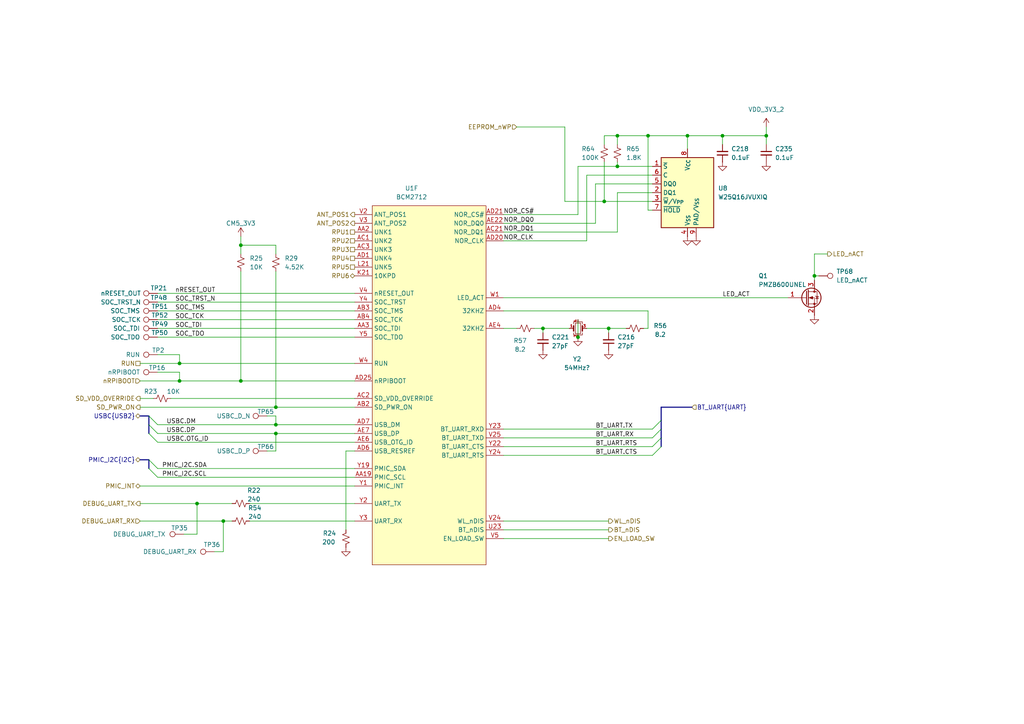
<source format=kicad_sch>
(kicad_sch (version 20250114) (generator "eeschema") (generator_version "9.0")
  (paper "A4")
  (title_block (title "RPi CM5 BCM2712 Misc IO") (comment 2 "Guaranteed to be inaccurate") (comment 3 "License: CC BY-SA 4.0 (https://creativecommons.org/licenses/by-sa/4.0/)") (comment 4 "Reverse engineered by Tube Time"))
  (bus_alias "HS" (members "0_P" "0_N" "1_P" "1_N" "2_P" "2_N" "3_P" "3_N" "4_P" "4_N" "5_P" "5_N" "6_P" "6_N" "7_P" "7_N" "8_P" "8_N"))
  (bus_alias "UART" (members "TX" "RX" "CTS" "RTS"))
  (junction (at 80.01 118.11))
  (junction (at 209.55 39.37))
  (junction (at 199.39 39.37))
  (junction (at 80.01 123.19))
  (junction (at 187.96 39.37))
  (junction (at 167.64 97.79))
  (junction (at 52.07 105.41))
  (junction (at 222.25 39.37))
  (junction (at 69.85 110.49))
  (junction (at 179.07 39.37))
  (junction (at 80.01 125.73))
  (junction (at 52.07 110.49))
  (junction (at 69.85 71.12))
  (junction (at 176.53 95.25))
  (junction (at 175.26 58.42))
  (junction (at 64.77 151.13))
  (junction (at 179.07 48.26))
  (junction (at 236.22 80.01))
  (junction (at 57.15 146.05))
  (junction (at 157.48 95.25))
  (bus_entry (at 43.18 135.89) (size 2.54 2.54))
  (bus_entry (at 191.77 127) (size -2.54 2.54))
  (bus_entry (at 43.18 120.65) (size 2.54 2.54))
  (bus_entry (at 43.18 125.73) (size 2.54 2.54))
  (bus_entry (at 191.77 129.54) (size -2.54 2.54))
  (bus_entry (at 191.77 121.92) (size -2.54 2.54))
  (bus_entry (at 191.77 124.46) (size -2.54 2.54))
  (bus_entry (at 43.18 123.19) (size 2.54 2.54))
  (bus_entry (at 43.18 133.35) (size 2.54 2.54))
  (wire (pts (xy 80.01 78.74) (xy 80.01 118.11)))
  (wire (pts (xy 100.33 130.81) (xy 100.33 153.67)))
  (wire (pts (xy 222.25 39.37) (xy 209.55 39.37)))
  (wire (pts (xy 146.05 132.08) (xy 189.23 132.08)))
  (wire (pts (xy 49.53 115.57) (xy 102.87 115.57)))
  (wire (pts (xy 146.05 129.54) (xy 189.23 129.54)))
  (wire (pts (xy 172.72 64.77) (xy 172.72 53.34)))
  (wire (pts (xy 179.07 55.88) (xy 189.23 55.88)))
  (wire (pts (xy 209.55 39.37) (xy 209.55 41.91)))
  (wire (pts (xy 167.64 92.71) (xy 167.64 97.79)))
  (wire (pts (xy 146.05 124.46) (xy 189.23 124.46)))
  (wire (pts (xy 80.01 73.66) (xy 80.01 71.12)))
  (wire (pts (xy 62.23 160.02) (xy 64.77 160.02)))
  (bus (pts (xy 191.77 121.92) (xy 191.77 118.11)))
  (wire (pts (xy 175.26 39.37) (xy 179.07 39.37)))
  (wire (pts (xy 69.85 71.12) (xy 69.85 73.66)))
  (wire (pts (xy 146.05 156.21) (xy 176.53 156.21)))
  (wire (pts (xy 102.87 118.11) (xy 80.01 118.11)))
  (wire (pts (xy 45.72 102.87) (xy 52.07 102.87)))
  (wire (pts (xy 146.05 151.13) (xy 176.53 151.13)))
  (wire (pts (xy 189.23 60.96) (xy 187.96 60.96)))
  (wire (pts (xy 52.07 102.87) (xy 52.07 105.41)))
  (wire (pts (xy 80.01 123.19) (xy 102.87 123.19)))
  (wire (pts (xy 72.39 146.05) (xy 102.87 146.05)))
  (wire (pts (xy 146.05 90.17) (xy 187.96 90.17)))
  (wire (pts (xy 69.85 68.58) (xy 69.85 71.12)))
  (wire (pts (xy 52.07 105.41) (xy 102.87 105.41)))
  (wire (pts (xy 80.01 130.81) (xy 77.47 130.81)))
  (wire (pts (xy 157.48 95.25) (xy 165.1 95.25)))
  (wire (pts (xy 146.05 127) (xy 189.23 127)))
  (bus (pts (xy 43.18 120.65) (xy 43.18 123.19)))
  (wire (pts (xy 52.07 110.49) (xy 69.85 110.49)))
  (wire (pts (xy 45.72 87.63) (xy 102.87 87.63)))
  (wire (pts (xy 53.34 154.94) (xy 57.15 154.94)))
  (wire (pts (xy 170.18 95.25) (xy 176.53 95.25)))
  (wire (pts (xy 45.72 85.09) (xy 102.87 85.09)))
  (wire (pts (xy 52.07 107.95) (xy 52.07 110.49)))
  (wire (pts (xy 40.64 105.41) (xy 52.07 105.41)))
  (wire (pts (xy 45.72 135.89) (xy 102.87 135.89)))
  (wire (pts (xy 146.05 69.85) (xy 170.18 69.85)))
  (wire (pts (xy 146.05 86.36) (xy 228.6 86.36)))
  (wire (pts (xy 72.39 151.13) (xy 102.87 151.13)))
  (wire (pts (xy 163.83 58.42) (xy 163.83 36.83)))
  (wire (pts (xy 57.15 154.94) (xy 57.15 146.05)))
  (wire (pts (xy 236.22 81.28) (xy 236.22 80.01)))
  (bus (pts (xy 191.77 124.46) (xy 191.77 121.92)))
  (wire (pts (xy 40.64 151.13) (xy 64.77 151.13)))
  (wire (pts (xy 175.26 58.42) (xy 175.26 46.99)))
  (wire (pts (xy 199.39 39.37) (xy 199.39 43.18)))
  (wire (pts (xy 222.25 39.37) (xy 222.25 41.91)))
  (wire (pts (xy 45.72 92.71) (xy 102.87 92.71)))
  (wire (pts (xy 100.33 130.81) (xy 102.87 130.81)))
  (wire (pts (xy 236.22 80.01) (xy 237.49 80.01)))
  (wire (pts (xy 157.48 96.52) (xy 157.48 95.25)))
  (bus (pts (xy 191.77 129.54) (xy 191.77 127)))
  (wire (pts (xy 179.07 39.37) (xy 179.07 41.91)))
  (wire (pts (xy 45.72 138.43) (xy 102.87 138.43)))
  (wire (pts (xy 40.64 146.05) (xy 57.15 146.05)))
  (wire (pts (xy 172.72 53.34) (xy 189.23 53.34)))
  (bus (pts (xy 191.77 118.11) (xy 200.66 118.11)))
  (wire (pts (xy 167.64 48.26) (xy 179.07 48.26)))
  (wire (pts (xy 176.53 95.25) (xy 176.53 96.52)))
  (wire (pts (xy 69.85 71.12) (xy 80.01 71.12)))
  (wire (pts (xy 40.64 115.57) (xy 44.45 115.57)))
  (wire (pts (xy 149.86 36.83) (xy 163.83 36.83)))
  (wire (pts (xy 40.64 110.49) (xy 52.07 110.49)))
  (wire (pts (xy 45.72 125.73) (xy 80.01 125.73)))
  (wire (pts (xy 40.64 140.97) (xy 102.87 140.97)))
  (bus (pts (xy 43.18 123.19) (xy 43.18 125.73)))
  (wire (pts (xy 45.72 107.95) (xy 52.07 107.95)))
  (bus (pts (xy 191.77 127) (xy 191.77 124.46)))
  (wire (pts (xy 80.01 125.73) (xy 102.87 125.73)))
  (wire (pts (xy 222.25 36.83) (xy 222.25 39.37)))
  (wire (pts (xy 146.05 95.25) (xy 149.86 95.25)))
  (wire (pts (xy 45.72 95.25) (xy 102.87 95.25)))
  (wire (pts (xy 69.85 78.74) (xy 69.85 110.49)))
  (wire (pts (xy 179.07 39.37) (xy 187.96 39.37)))
  (wire (pts (xy 187.96 95.25) (xy 186.69 95.25)))
  (wire (pts (xy 187.96 90.17) (xy 187.96 95.25)))
  (bus (pts (xy 43.18 133.35) (xy 43.18 135.89)))
  (wire (pts (xy 240.03 73.66) (xy 236.22 73.66)))
  (wire (pts (xy 80.01 120.65) (xy 80.01 123.19)))
  (wire (pts (xy 77.47 120.65) (xy 80.01 120.65)))
  (wire (pts (xy 154.94 95.25) (xy 157.48 95.25)))
  (wire (pts (xy 236.22 73.66) (xy 236.22 80.01)))
  (wire (pts (xy 179.07 46.99) (xy 179.07 48.26)))
  (wire (pts (xy 45.72 97.79) (xy 102.87 97.79)))
  (wire (pts (xy 187.96 39.37) (xy 199.39 39.37)))
  (wire (pts (xy 179.07 67.31) (xy 179.07 55.88)))
  (wire (pts (xy 199.39 39.37) (xy 209.55 39.37)))
  (wire (pts (xy 146.05 67.31) (xy 179.07 67.31)))
  (bus (pts (xy 40.64 120.65) (xy 43.18 120.65)))
  (wire (pts (xy 170.18 69.85) (xy 170.18 50.8)))
  (wire (pts (xy 189.23 58.42) (xy 175.26 58.42)))
  (wire (pts (xy 64.77 160.02) (xy 64.77 151.13)))
  (wire (pts (xy 146.05 62.23) (xy 167.64 62.23)))
  (wire (pts (xy 167.64 62.23) (xy 167.64 48.26)))
  (wire (pts (xy 176.53 95.25) (xy 181.61 95.25)))
  (wire (pts (xy 146.05 64.77) (xy 172.72 64.77)))
  (wire (pts (xy 64.77 151.13) (xy 67.31 151.13)))
  (bus (pts (xy 40.64 133.35) (xy 43.18 133.35)))
  (wire (pts (xy 57.15 146.05) (xy 67.31 146.05)))
  (wire (pts (xy 80.01 125.73) (xy 80.01 130.81)))
  (wire (pts (xy 175.26 39.37) (xy 175.26 41.91)))
  (wire (pts (xy 170.18 50.8) (xy 189.23 50.8)))
  (wire (pts (xy 179.07 48.26) (xy 189.23 48.26)))
  (wire (pts (xy 40.64 118.11) (xy 80.01 118.11)))
  (wire (pts (xy 146.05 153.67) (xy 176.53 153.67)))
  (wire (pts (xy 45.72 123.19) (xy 80.01 123.19)))
  (wire (pts (xy 69.85 110.49) (xy 102.87 110.49)))
  (wire (pts (xy 45.72 90.17) (xy 102.87 90.17)))
  (wire (pts (xy 175.26 58.42) (xy 163.83 58.42)))
  (wire (pts (xy 187.96 39.37) (xy 187.96 60.96)))
  (wire (pts (xy 45.72 128.27) (xy 102.87 128.27)))
  (label "NOR_DQ0" (at 146.05 64.77 0))
  (label "USBC.DM" (at 48.26 123.19 0))
  (label "LED_ACT" (at 209.55 86.36 0))
  (label "PMIC_I2C.SCL" (at 46.99 138.43 0))
  (label "SOC_TMS" (at 50.8 90.17 0))
  (label "nRESET_OUT" (at 50.8 85.09 0))
  (label "PMIC_I2C.SDA" (at 46.99 135.89 0))
  (label "SOC_TRST_N" (at 50.8 87.63 0))
  (label "BT_UART.TX" (at 172.72 124.46 0))
  (label "NOR_DQ1" (at 146.05 67.31 0))
  (label "BT_UART.RTS" (at 172.72 129.54 0))
  (label "NOR_CS#" (at 146.05 62.23 0))
  (label "USBC.DP" (at 48.26 125.73 0))
  (label "USBC.OTG_ID" (at 48.26 128.27 0))
  (label "BT_UART.RX" (at 172.72 127 0))
  (label "BT_UART.CTS" (at 172.72 132.08 0))
  (label "SOC_TDI" (at 50.8 95.25 0))
  (label "SOC_TCK" (at 50.8 92.71 0))
  (label "NOR_CLK" (at 146.05 69.85 0))
  (label "SOC_TDO" (at 50.8 97.79 0))
  (hierarchical_label "RPU2" (shape passive) (at 102.87 69.85 180))
  (hierarchical_label "RPU5" (shape passive) (at 102.87 77.47 180))
  (hierarchical_label "PMIC_I2C{I2C}" (shape bidirectional) (at 40.64 133.35 180))
  (hierarchical_label "LED_nACT" (shape output) (at 240.03 73.66 0))
  (hierarchical_label "RPU4" (shape passive) (at 102.87 74.93 180))
  (hierarchical_label "nRPIBOOT" (shape input) (at 40.64 110.49 180))
  (hierarchical_label "EN_LOAD_SW" (shape output) (at 176.53 156.21 0))
  (hierarchical_label "SD_PWR_ON" (shape output) (at 40.64 118.11 180))
  (hierarchical_label "RPU3" (shape passive) (at 102.87 72.39 180))
  (hierarchical_label "RPU1" (shape passive) (at 102.87 67.31 180))
  (hierarchical_label "BT_nDIS" (shape output) (at 176.53 153.67 0))
  (hierarchical_label "ANT_POS2" (shape output) (at 102.87 64.77 180))
  (hierarchical_label "RUN" (shape passive) (at 40.64 105.41 180))
  (hierarchical_label "EEPROM_nWP" (shape input) (at 149.86 36.83 180))
  (hierarchical_label "DEBUG_UART_RX" (shape input) (at 40.64 151.13 180))
  (hierarchical_label "PMIC_INT" (shape bidirectional) (at 40.64 140.97 180))
  (hierarchical_label "SD_VDD_OVERRIDE" (shape output) (at 40.64 115.57 180))
  (hierarchical_label "ANT_POS1" (shape output) (at 102.87 62.23 180))
  (hierarchical_label "WL_nDIS" (shape output) (at 176.53 151.13 0))
  (hierarchical_label "DEBUG_UART_TX" (shape output) (at 40.64 146.05 180))
  (hierarchical_label "RPU6" (shape bidirectional) (at 102.87 80.01 180))
  (hierarchical_label "BT_UART{UART}" (shape input) (at 200.66 118.11 0))
  (hierarchical_label "USBC{USB2}" (shape bidirectional) (at 40.64 120.65 180))
  (symbol (lib_id "power:GND") (at 222.25 46.99 0) (unit 1)
    (property "Reference" "#PWR0197" (effects (hide yes)))
    (property "Value" "GND" (effects (hide yes)))
    (property "Description" "Power symbol creates a global label with name \"GND\" , ground" (effects (hide yes)))
  )
  (symbol (lib_id "Connector:TestPoint") (at 45.72 87.63 90) (mirror x) (unit 1) (in_bom no)
    (property "Reference" "TP48" (at 48.514 86.36 90) (effects (justify left)))
    (property "Value" "SOC_TRST_N" (at 40.894 87.63 90) (effects (justify left)))
    (property "Footprint" "TestPoint:TestPoint_Pad_D1.0mm" (effects (hide yes)))
  )
  (symbol (lib_id "Device:C_Small") (at 176.53 99.06 180) (unit 1)
    (property "Reference" "C216" (at 179.07 97.7835 0) (effects (justify right)))
    (property "Value" "27pF" (at 179.07 100.3235 0) (effects (justify right)))
    (property "Footprint" "Capacitor_SMD:C_0201_0603Metric" (effects (hide yes)))
  )
  (symbol (lib_id "power:+3.3V") (at 69.85 68.58 0) (unit 1)
    (property "Reference" "#PWR0473" (effects (hide yes)))
    (property "Value" "CM5_3V3" (at 69.85 64.77 0))
    (property "Description" "Power symbol creates a global label with name \"+3.3V\"" (effects (hide yes)))
  )
  (symbol (lib_id "power:GND") (at 167.64 97.79 0) (unit 1)
    (property "Reference" "#PWR0117" (effects (hide yes)))
    (property "Value" "GND" (effects (hide yes)))
    (property "Description" "Power symbol creates a global label with name \"GND\" , ground" (effects (hide yes)))
  )
  (symbol (lib_id "Transistor_FET_Other:Q_NMOS_Depletion_GSD") (at 233.68 86.36 0) (unit 1)
    (property "Reference" "Q1" (at 219.964 80.01 0) (effects (justify left)))
    (property "Value" "PMZB600UNEL" (at 219.964 82.55 0) (effects (justify left)))
    (property "Footprint" "Active:FEMTO_FET" (effects (hide yes)))
    (property "Datasheet" "https://assets.nexperia.com/documents/data-sheet/PMZB600UNEL.pdf" (effects (hide yes)))
    (property "Description" "Depletion-mode N-channel MOSFET gate/source/drain" (effects (hide yes)))
  )
  (symbol (lib_id "Device:C_Small") (at 222.25 44.45 0) (unit 1)
    (property "Reference" "C235" (at 224.79 43.1862 0) (effects (justify left)))
    (property "Value" "0.1uF" (at 224.79 45.7262 0) (effects (justify left)))
    (property "Footprint" "Capacitor_SMD:C_0201_0603Metric" (effects (hide yes)))
  )
  (symbol (lib_id "power:GND") (at 199.39 68.58 0) (unit 1)
    (property "Reference" "#PWR0204" (effects (hide yes)))
    (property "Value" "GND" (effects (hide yes)))
    (property "Description" "Power symbol creates a global label with name \"GND\" , ground" (effects (hide yes)))
  )
  (symbol (lib_id "Device:R_Small_US") (at 46.99 115.57 270) (unit 1)
    (property "Reference" "R23" (at 43.688 113.538 90))
    (property "Value" "10K" (at 50.292 113.538 90))
    (property "Footprint" "Resistor_SMD:R_0201_0603Metric" (effects (hide yes)))
  )
  (symbol (lib_id "Device:R_Small_US") (at 80.01 76.2 180) (unit 1)
    (property "Reference" "R29" (at 82.55 74.9299 0) (effects (justify right)))
    (property "Value" "4.52K" (at 82.55 77.4699 0) (effects (justify right)))
    (property "Footprint" "Resistor_SMD:R_0201_0603Metric" (effects (hide yes)))
  )
  (symbol (lib_id "Connector:TestPoint") (at 45.72 95.25 90) (mirror x) (unit 1) (in_bom no)
    (property "Reference" "TP49" (at 48.768 93.98 90) (effects (justify left)))
    (property "Value" "SOC_TDI" (at 40.64 95.25 90) (effects (justify left)))
    (property "Footprint" "TestPoint:TestPoint_Pad_D1.0mm" (effects (hide yes)))
  )
  (symbol (lib_id "Device:R_Small_US") (at 69.85 76.2 0) (unit 1)
    (property "Reference" "R25" (at 72.39 74.9299 0) (effects (justify left)))
    (property "Value" "10K" (at 72.39 77.4699 0) (effects (justify left)))
    (property "Footprint" "Resistor_SMD:R_0201_0603Metric" (effects (hide yes)))
  )
  (symbol (lib_id "power:GND") (at 236.22 91.44 0) (unit 1)
    (property "Reference" "#PWR0107" (effects (hide yes)))
    (property "Value" "GND" (effects (hide yes)))
    (property "Description" "Power symbol creates a global label with name \"GND\" , ground" (effects (hide yes)))
  )
  (symbol (lib_id "Device:R_Small_US") (at 100.33 156.21 0) (mirror y) (unit 1)
    (property "Reference" "R24" (at 97.536 154.686 0) (effects (justify left)))
    (property "Value" "200" (at 97.282 157.226 0) (effects (justify left)))
    (property "Footprint" "Resistor_SMD:R_0201_0603Metric" (effects (hide yes)))
  )
  (symbol (lib_id "Device:R_Small_US") (at 184.15 95.25 90) (unit 1)
    (property "Reference" "R56" (at 191.516 94.488 90))
    (property "Value" "8.2" (at 191.516 97.028 90))
    (property "Footprint" "Resistor_SMD:R_0201_0603Metric" (effects (hide yes)))
  )
  (symbol (lib_id "Connector:TestPoint") (at 45.72 102.87 90) (mirror x) (unit 1) (in_bom no)
    (property "Reference" "TP2" (at 47.752 101.6 90) (effects (justify left)))
    (property "Value" "RUN" (at 40.64 102.87 90) (effects (justify left)))
    (property "Footprint" "TestPoint:TestPoint_Pad_D1.0mm" (effects (hide yes)))
  )
  (symbol (lib_id "Device:R_Small_US") (at 69.85 146.05 270) (unit 1)
    (property "Reference" "R22" (at 73.66 142.24 90))
    (property "Value" "240" (at 73.66 144.78 90))
    (property "Footprint" "Resistor_SMD:R_0201_0603Metric" (effects (hide yes)))
  )
  (symbol (lib_id "Device:Crystal_GND24_Small") (at 167.64 95.25 0) (unit 1)
    (property "Reference" "Y2" (at 167.386 104.14 0))
    (property "Value" "54MHz?" (at 167.386 106.68 0))
    (property "Footprint" "Oscillator:Oscillator_SMD_Abracon_ASE-4Pin_3.2x2.5mm" (effects (hide yes)))
    (property "Description" "Four pin crystal, GND on pins 2 and 4, small symbol" (effects (hide yes)))
  )
  (symbol (lib_id "Device:R_Small_US") (at 175.26 44.45 180) (unit 1)
    (property "Reference" "R64" (at 168.656 43.18 0) (effects (justify right)))
    (property "Value" "100K" (at 168.656 45.72 0) (effects (justify right)))
    (property "Footprint" "Resistor_SMD:R_0201_0603Metric" (effects (hide yes)))
  )
  (symbol (lib_id "Connector:TestPoint") (at 77.47 120.65 90) (mirror x) (unit 1) (in_bom no)
    (property "Reference" "TP65" (at 79.502 119.38 90) (effects (justify left)))
    (property "Value" "USBC_D_N" (at 72.644 120.65 90) (effects (justify left)))
    (property "Footprint" "TestPoint:TestPoint_Pad_D1.0mm" (effects (hide yes)))
  )
  (symbol (lib_id "Connector:TestPoint") (at 77.47 130.81 90) (mirror x) (unit 1) (in_bom no)
    (property "Reference" "TP66" (at 79.502 129.54 90) (effects (justify left)))
    (property "Value" "USBC_D_P" (at 72.644 130.81 90) (effects (justify left)))
    (property "Footprint" "TestPoint:TestPoint_Pad_D1.0mm" (effects (hide yes)))
  )
  (symbol (lib_id "Connector:TestPoint") (at 45.72 85.09 90) (mirror x) (unit 1) (in_bom no)
    (property "Reference" "TP21" (at 48.514 83.566 90) (effects (justify left)))
    (property "Value" "nRESET_OUT" (at 40.894 85.09 90) (effects (justify left)))
    (property "Footprint" "TestPoint:TestPoint_Pad_D1.0mm" (effects (hide yes)))
  )
  (symbol (lib_id "power:GND") (at 157.48 101.6 0) (unit 1)
    (property "Reference" "#PWR0118" (effects (hide yes)))
    (property "Value" "GND" (effects (hide yes)))
    (property "Description" "Power symbol creates a global label with name \"GND\" , ground" (effects (hide yes)))
  )
  (symbol (lib_id "Connector:TestPoint") (at 45.72 107.95 90) (unit 1) (in_bom no)
    (property "Reference" "TP16" (at 48.006 106.68 90) (effects (justify left)))
    (property "Value" "nRPIBOOT" (at 40.64 107.95 90) (effects (justify left)))
    (property "Footprint" "TestPoint:TestPoint_Pad_D1.0mm" (effects (hide yes)))
  )
  (symbol (lib_id "Device:R_Small_US") (at 69.85 151.13 90) (unit 1)
    (property "Reference" "R54" (at 73.914 147.32 90))
    (property "Value" "240" (at 73.914 149.86 90))
    (property "Footprint" "Resistor_SMD:R_0201_0603Metric" (effects (hide yes)))
  )
  (symbol (lib_id "Connector:TestPoint") (at 45.72 90.17 90) (mirror x) (unit 1) (in_bom no)
    (property "Reference" "TP51" (at 48.768 88.9 90) (effects (justify left)))
    (property "Value" "SOC_TMS" (at 40.64 90.17 90) (effects (justify left)))
    (property "Footprint" "TestPoint:TestPoint_Pad_D1.0mm" (effects (hide yes)))
  )
  (symbol (lib_id "Memory_Flash:M25PX32-VMP") (at 199.39 55.88 0) (unit 1)
    (property "Reference" "U8" (at 208.28 54.6099 0) (effects (justify left)))
    (property "Value" "W25Q16JVUXIQ" (at 208.28 57.1499 0) (effects (justify left)))
    (property "Footprint" "Active:LFCSP-8-1EP_3x2mm_P0.5mm_EP1.6x0.25mm" (effects (hide yes)))
  )
  (symbol (lib_id "Device:C_Small") (at 157.48 99.06 0) (unit 1)
    (property "Reference" "C221" (at 160.02 97.7962 0) (effects (justify left)))
    (property "Value" "27pF" (at 160.02 100.3362 0) (effects (justify left)))
    (property "Footprint" "Capacitor_SMD:C_0201_0603Metric" (effects (hide yes)))
  )
  (symbol (lib_id "Device:R_Small_US") (at 152.4 95.25 270) (unit 1)
    (property "Reference" "R57" (at 150.876 98.806 90))
    (property "Value" "8.2" (at 150.876 101.346 90))
    (property "Footprint" "Resistor_SMD:R_0201_0603Metric" (effects (hide yes)))
  )
  (symbol (lib_id "power:GND") (at 176.53 101.6 0) (unit 1)
    (property "Reference" "#PWR0119" (effects (hide yes)))
    (property "Value" "GND" (effects (hide yes)))
    (property "Description" "Power symbol creates a global label with name \"GND\" , ground" (effects (hide yes)))
  )
  (symbol (lib_id "Connector:TestPoint") (at 45.72 92.71 90) (mirror x) (unit 1) (in_bom no)
    (property "Reference" "TP52" (at 48.768 91.44 90) (effects (justify left)))
    (property "Value" "SOC_TCK" (at 40.894 92.71 90) (effects (justify left)))
    (property "Footprint" "TestPoint:TestPoint_Pad_D1.0mm" (effects (hide yes)))
  )
  (symbol (lib_id "power:GND") (at 201.93 68.58 0) (unit 1)
    (property "Reference" "#PWR0205" (effects (hide yes)))
    (property "Value" "GND" (effects (hide yes)))
    (property "Description" "Power symbol creates a global label with name \"GND\" , ground" (effects (hide yes)))
  )
  (symbol (lib_id "power:+5V") (at 222.25 36.83 0) (unit 1)
    (property "Reference" "#PWR022" (effects (hide yes)))
    (property "Value" "VDD_3V3_2" (at 222.25 31.75 0))
    (property "Description" "Power symbol creates a global label with name \"+5V\"" (effects (hide yes)))
  )
  (symbol (lib_id "Connector:TestPoint") (at 53.34 154.94 90) (unit 1) (in_bom no)
    (property "Reference" "TP35" (at 52.07 153.162 90))
    (property "Value" "DEBUG_UART_TX" (at 40.386 154.94 90))
    (property "Footprint" "TestPoint:TestPoint_Pad_D1.0mm" (effects (hide yes)))
  )
  (symbol (lib_id "power:GND") (at 209.55 46.99 0) (unit 1)
    (property "Reference" "#PWR0188" (effects (hide yes)))
    (property "Value" "GND" (effects (hide yes)))
    (property "Description" "Power symbol creates a global label with name \"GND\" , ground" (effects (hide yes)))
  )
  (symbol (lib_id "Device:C_Small") (at 209.55 44.45 180) (unit 1)
    (property "Reference" "C218" (at 212.09 43.1735 0) (effects (justify right)))
    (property "Value" "0.1uF" (at 212.09 45.7135 0) (effects (justify right)))
    (property "Footprint" "Capacitor_SMD:C_0201_0603Metric" (effects (hide yes)))
  )
  (symbol (lib_id "Device:R_Small_US") (at 179.07 44.45 180) (unit 1)
    (property "Reference" "R65" (at 181.61 43.1799 0) (effects (justify right)))
    (property "Value" "1.8K" (at 181.61 45.7199 0) (effects (justify right)))
    (property "Footprint" "Resistor_SMD:R_0201_0603Metric" (effects (hide yes)))
  )
  (symbol (lib_id "CM5:BCM2712") (at 107.95 59.69 0) (unit 6)
    (property "Reference" "U1" (at 119.38 54.61 0))
    (property "Value" "BCM2712" (at 119.38 57.15 0))
    (property "Footprint" "Active:BGA-586_25x25_17.0x17.0mm" (effects (hide yes)))
  )
  (symbol (lib_id "Connector:TestPoint") (at 62.23 160.02 90) (unit 1) (in_bom no)
    (property "Reference" "TP36" (at 61.468 157.988 90))
    (property "Value" "DEBUG_UART_RX" (at 49.276 160.02 90))
    (property "Footprint" "TestPoint:TestPoint_Pad_D1.0mm" (effects (hide yes)))
  )
  (symbol (lib_id "power:GND") (at 100.33 158.75 0) (mirror y) (unit 1)
    (property "Reference" "#PWR0115" (effects (hide yes)))
    (property "Value" "GND" (effects (hide yes)))
    (property "Description" "Power symbol creates a global label with name \"GND\" , ground" (effects (hide yes)))
  )
  (symbol (lib_id "Connector:TestPoint") (at 45.72 97.79 90) (mirror x) (unit 1) (in_bom no)
    (property "Reference" "TP50" (at 48.768 96.52 90) (effects (justify left)))
    (property "Value" "SOC_TDO" (at 40.64 97.79 90) (effects (justify left)))
    (property "Footprint" "TestPoint:TestPoint_Pad_D1.0mm" (effects (hide yes)))
  )
  (symbol (lib_id "Connector:TestPoint") (at 237.49 80.01 270) (unit 1) (in_bom no)
    (property "Reference" "TP68" (at 242.57 78.7399 90) (effects (justify left)))
    (property "Value" "LED_nACT" (at 242.57 81.2799 90) (effects (justify left)))
    (property "Footprint" "TestPoint:TestPoint_Pad_D1.0mm" (effects (hide yes)))
  )
)
</source>
